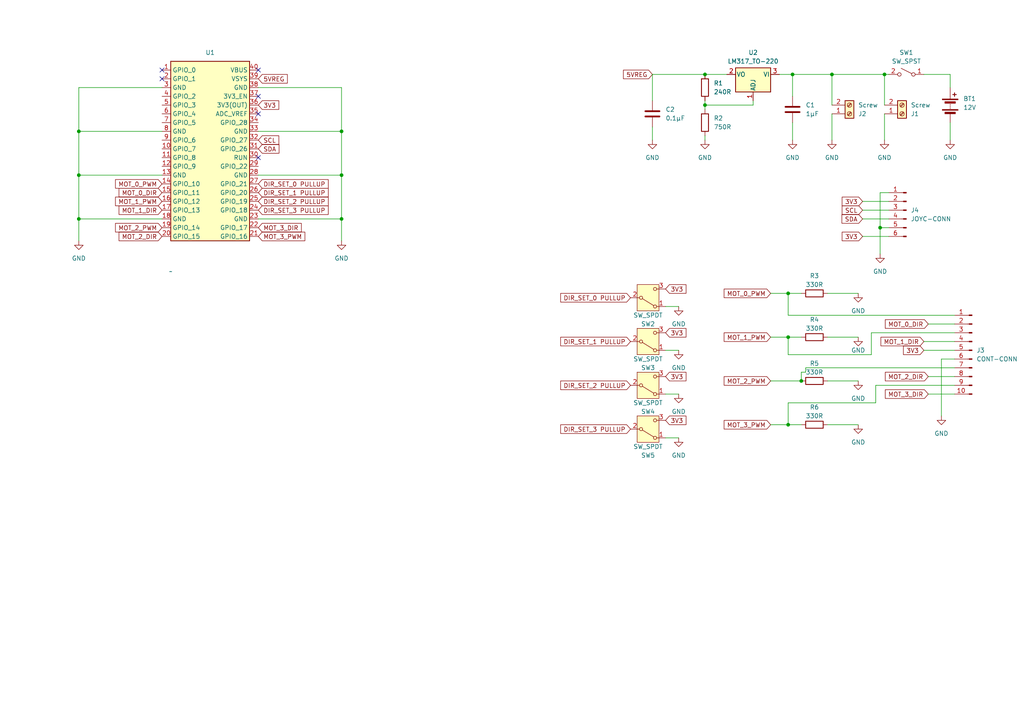
<source format=kicad_sch>
(kicad_sch (version 20230121) (generator eeschema)
  (paper "A4")
  (lib_symbols
    (symbol "Connector:Conn_01x06_Pin" (pin_names (offset 1.016) hide)
      (property "Reference" "J" (at 0 7.62 0))
      (property "Value" "Conn_01x06_Pin" (at 0 -10.16 0))
      (symbol "Conn_01x06_Pin_1_1"
        (polyline (pts (xy 1.27 -7.62) (xy 0.8636 -7.62)) (stroke (width 0.1524)))
        (polyline (pts (xy 1.27 -5.08) (xy 0.8636 -5.08)) (stroke (width 0.1524)))
        (polyline (pts (xy 1.27 -2.54) (xy 0.8636 -2.54)) (stroke (width 0.1524)))
        (polyline (pts (xy 1.27 0) (xy 0.8636 0)) (stroke (width 0.1524)))
        (polyline (pts (xy 1.27 2.54) (xy 0.8636 2.54)) (stroke (width 0.1524)))
        (polyline (pts (xy 1.27 5.08) (xy 0.8636 5.08)) (stroke (width 0.1524)))
        (rectangle (start 0.8636 -7.493) (end 0 -7.747) (stroke (width 0.1524)) (fill (type outline)))
        (rectangle (start 0.8636 -4.953) (end 0 -5.207) (stroke (width 0.1524)) (fill (type outline)))
        (rectangle (start 0.8636 -2.413) (end 0 -2.667) (stroke (width 0.1524)) (fill (type outline)))
        (rectangle (start 0.8636 0.127) (end 0 -0.127) (stroke (width 0.1524)) (fill (type outline)))
        (rectangle (start 0.8636 2.667) (end 0 2.413) (stroke (width 0.1524)) (fill (type outline)))
        (rectangle (start 0.8636 5.207) (end 0 4.953) (stroke (width 0.1524)) (fill (type outline)))
        (pin passive line (at 5.08 5.08 180) (length 3.81) (name "Pin_1") (number "1"))
        (pin passive line (at 5.08 2.54 180) (length 3.81) (name "Pin_2") (number "2"))
        (pin passive line (at 5.08 0 180) (length 3.81) (name "Pin_3") (number "3"))
        (pin passive line (at 5.08 -2.54 180) (length 3.81) (name "Pin_4") (number "4"))
        (pin passive line (at 5.08 -5.08 180) (length 3.81) (name "Pin_5") (number "5"))
        (pin passive line (at 5.08 -7.62 180) (length 3.81) (name "Pin_6") (number "6"))
      )
    )
    (symbol "Connector:Conn_01x10_Pin" (pin_names (offset 1.016) hide)
      (property "Reference" "J" (at 0 12.7 0))
      (property "Value" "Conn_01x10_Pin" (at 0 -15.24 0))
      (symbol "Conn_01x10_Pin_1_1"
        (polyline (pts (xy 1.27 -12.7) (xy 0.8636 -12.7)) (stroke (width 0.1524)))
        (polyline (pts (xy 1.27 -10.16) (xy 0.8636 -10.16)) (stroke (width 0.1524)))
        (polyline (pts (xy 1.27 -7.62) (xy 0.8636 -7.62)) (stroke (width 0.1524)))
        (polyline (pts (xy 1.27 -5.08) (xy 0.8636 -5.08)) (stroke (width 0.1524)))
        (polyline (pts (xy 1.27 -2.54) (xy 0.8636 -2.54)) (stroke (width 0.1524)))
        (polyline (pts (xy 1.27 0) (xy 0.8636 0)) (stroke (width 0.1524)))
        (polyline (pts (xy 1.27 2.54) (xy 0.8636 2.54)) (stroke (width 0.1524)))
        (polyline (pts (xy 1.27 5.08) (xy 0.8636 5.08)) (stroke (width 0.1524)))
        (polyline (pts (xy 1.27 7.62) (xy 0.8636 7.62)) (stroke (width 0.1524)))
        (polyline (pts (xy 1.27 10.16) (xy 0.8636 10.16)) (stroke (width 0.1524)))
        (rectangle (start 0.8636 -12.573) (end 0 -12.827) (stroke (width 0.1524)) (fill (type outline)))
        (rectangle (start 0.8636 -10.033) (end 0 -10.287) (stroke (width 0.1524)) (fill (type outline)))
        (rectangle (start 0.8636 -7.493) (end 0 -7.747) (stroke (width 0.1524)) (fill (type outline)))
        (rectangle (start 0.8636 -4.953) (end 0 -5.207) (stroke (width 0.1524)) (fill (type outline)))
        (rectangle (start 0.8636 -2.413) (end 0 -2.667) (stroke (width 0.1524)) (fill (type outline)))
        (rectangle (start 0.8636 0.127) (end 0 -0.127) (stroke (width 0.1524)) (fill (type outline)))
        (rectangle (start 0.8636 2.667) (end 0 2.413) (stroke (width 0.1524)) (fill (type outline)))
        (rectangle (start 0.8636 5.207) (end 0 4.953) (stroke (width 0.1524)) (fill (type outline)))
        (rectangle (start 0.8636 7.747) (end 0 7.493) (stroke (width 0.1524)) (fill (type outline)))
        (rectangle (start 0.8636 10.287) (end 0 10.033) (stroke (width 0.1524)) (fill (type outline)))
        (pin passive line (at 5.08 10.16 180) (length 3.81) (name "Pin_1") (number "1"))
        (pin passive line (at 5.08 -12.7 180) (length 3.81) (name "Pin_10") (number "10"))
        (pin passive line (at 5.08 7.62 180) (length 3.81) (name "Pin_2") (number "2"))
        (pin passive line (at 5.08 5.08 180) (length 3.81) (name "Pin_3") (number "3"))
        (pin passive line (at 5.08 2.54 180) (length 3.81) (name "Pin_4") (number "4"))
        (pin passive line (at 5.08 0 180) (length 3.81) (name "Pin_5") (number "5"))
        (pin passive line (at 5.08 -2.54 180) (length 3.81) (name "Pin_6") (number "6"))
        (pin passive line (at 5.08 -5.08 180) (length 3.81) (name "Pin_7") (number "7"))
        (pin passive line (at 5.08 -7.62 180) (length 3.81) (name "Pin_8") (number "8"))
        (pin passive line (at 5.08 -10.16 180) (length 3.81) (name "Pin_9") (number "9"))
      )
    )
    (symbol "Connector:Screw_Terminal_01x02" (pin_names (offset 1.016) hide)
      (property "Reference" "J" (at 0 2.54 0))
      (property "Value" "Screw_Terminal_01x02" (at 0 -5.08 0))
      (symbol "Screw_Terminal_01x02_1_1"
        (rectangle (start -1.27 1.27) (end 1.27 -3.81) (stroke (width 0.254)) (fill (type background)))
        (circle (center 0 -2.54) (radius 0.635) (stroke (width 0.1524)))
        (polyline (pts (xy -0.5334 -2.2098) (xy 0.3302 -3.048)) (stroke (width 0.1524)))
        (polyline (pts (xy -0.5334 0.3302) (xy 0.3302 -0.508)) (stroke (width 0.1524)))
        (polyline (pts (xy -0.3556 -2.032) (xy 0.508 -2.8702)) (stroke (width 0.1524)))
        (polyline (pts (xy -0.3556 0.508) (xy 0.508 -0.3302)) (stroke (width 0.1524)))
        (circle (center 0 0) (radius 0.635) (stroke (width 0.1524)))
        (pin passive line (at -5.08 0 0) (length 3.81) (name "Pin_1") (number "1"))
        (pin passive line (at -5.08 -2.54 0) (length 3.81) (name "Pin_2") (number "2"))
      )
    )
    (symbol "Device:Battery" (pin_numbers hide) (pin_names (offset 0) hide)
      (property "Reference" "BT" (at 2.54 2.54 0))
      (property "Value" "Battery" (at 2.54 0 0))
      (symbol "Battery_0_1"
        (rectangle (start -2.286 -1.27) (end 2.286 -1.524) (fill (type outline)))
        (rectangle (start -2.286 1.778) (end 2.286 1.524) (fill (type outline)))
        (rectangle (start -1.524 -2.032) (end 1.524 -2.54) (fill (type outline)))
        (rectangle (start -1.524 1.016) (end 1.524 0.508) (fill (type outline)))
        (polyline (pts (xy 0 -1.016) (xy 0 -0.762)))
        (polyline (pts (xy 0 -0.508) (xy 0 -0.254)))
        (polyline (pts (xy 0 0) (xy 0 0.254)))
        (polyline (pts (xy 0 1.778) (xy 0 2.54)))
        (polyline (pts (xy 0.762 3.048) (xy 1.778 3.048)) (stroke (width 0.254)))
        (polyline (pts (xy 1.27 3.556) (xy 1.27 2.54)) (stroke (width 0.254)))
      )
      (symbol "Battery_1_1"
        (pin passive line (at 0 5.08 270) (length 2.54) (name "+") (number "1"))
        (pin passive line (at 0 -5.08 90) (length 2.54) (name "-") (number "2"))
      )
    )
    (symbol "Device:C" (pin_numbers hide) (pin_names (offset 0.254))
      (property "Reference" "C" (at 0.635 2.54 0))
      (property "Value" "C" (at 0.635 -2.54 0))
      (symbol "C_0_1"
        (polyline (pts (xy -2.032 -0.762) (xy 2.032 -0.762)) (stroke (width 0.508)))
        (polyline (pts (xy -2.032 0.762) (xy 2.032 0.762)) (stroke (width 0.508)))
      )
      (symbol "C_1_1"
        (pin passive line (at 0 3.81 270) (length 2.794) (name "~") (number "1"))
        (pin passive line (at 0 -3.81 90) (length 2.794) (name "~") (number "2"))
      )
    )
    (symbol "Device:R" (pin_numbers hide) (pin_names (offset 0))
      (property "Reference" "R" (at 2.032 0 90))
      (property "Value" "R" (at 0 0 90))
      (symbol "R_0_1"
        (rectangle (start -1.016 -2.54) (end 1.016 2.54) (stroke (width 0.254)))
      )
      (symbol "R_1_1"
        (pin passive line (at 0 3.81 270) (length 1.27) (name "~") (number "1"))
        (pin passive line (at 0 -3.81 90) (length 1.27) (name "~") (number "2"))
      )
    )
    (symbol "Regulator_Linear:LM317_TO-220" (pin_names (offset 0.254))
      (property "Reference" "U" (at -3.81 3.175 0))
      (property "Value" "LM317_TO-220" (at 0 3.175 0))
      (symbol "LM317_TO-220_0_1"
        (rectangle (start -5.08 1.905) (end 5.08 -5.08) (stroke (width 0.254)) (fill (type background)))
      )
      (symbol "LM317_TO-220_1_1"
        (pin input line (at 0 -7.62 90) (length 2.54) (name "ADJ") (number "1"))
        (pin power_out line (at 7.62 0 180) (length 2.54) (name "VO") (number "2"))
        (pin power_in line (at -7.62 0 0) (length 2.54) (name "VI") (number "3"))
      )
    )
    (symbol "Switch:SW_SPDT" (pin_names (offset 0) hide)
      (property "Reference" "SW" (at 0 5.08 0))
      (property "Value" "SW_SPDT" (at 0 -5.08 0))
      (symbol "SW_SPDT_0_1"
        (circle (center -2.032 0) (radius 0.4572))
        (polyline (pts (xy -1.651 0.254) (xy 1.651 2.286)))
        (circle (center 2.032 -2.54) (radius 0.4572))
        (circle (center 2.032 2.54) (radius 0.4572))
      )
      (symbol "SW_SPDT_1_1"
        (rectangle (start -3.175 3.81) (end 3.175 -3.81) (fill (type background)))
        (pin passive line (at 5.08 2.54 180) (length 2.54) (name "A") (number "1"))
        (pin passive line (at -5.08 0 0) (length 2.54) (name "B") (number "2"))
        (pin passive line (at 5.08 -2.54 180) (length 2.54) (name "C") (number "3"))
      )
    )
    (symbol "Switch:SW_SPST" (pin_names (offset 0) hide)
      (property "Reference" "SW" (at 0 3.175 0))
      (property "Value" "SW_SPST" (at 0 -2.54 0))
      (symbol "SW_SPST_0_0"
        (circle (center -2.032 0) (radius 0.508))
        (polyline (pts (xy -1.524 0.254) (xy 1.524 1.778)))
        (circle (center 2.032 0) (radius 0.508))
      )
      (symbol "SW_SPST_1_1"
        (pin passive line (at -5.08 0 0) (length 2.54) (name "A") (number "1"))
        (pin passive line (at 5.08 0 180) (length 2.54) (name "B") (number "2"))
      )
    )
    (symbol "URPEKARI:RPI PICO"
      (property "Reference" "U" (at -10.16 29.21 0))
      (symbol "RPI PICO_1_1"
        (rectangle (start -10.16 27.94) (end 12.7 -24.13) (stroke (width 0.254)) (fill (type background)))
        (pin bidirectional line (at -12.7 25.4 0) (length 2.54) (name "GPIO_0") (number "1"))
        (pin bidirectional line (at -12.7 2.54 0) (length 2.54) (name "GPIO_7") (number "10"))
        (pin bidirectional line (at -12.7 0 0) (length 2.54) (name "GPIO_8") (number "11"))
        (pin bidirectional line (at -12.7 -2.54 0) (length 2.54) (name "GPIO_9") (number "12"))
        (pin passive line (at -12.7 -5.08 0) (length 2.54) (name "GND") (number "13"))
        (pin bidirectional line (at -12.7 -7.62 0) (length 2.54) (name "GPIO_10") (number "14"))
        (pin bidirectional line (at -12.7 -10.16 0) (length 2.54) (name "GPIO_11") (number "15"))
        (pin bidirectional line (at -12.7 -12.7 0) (length 2.54) (name "GPIO_12") (number "16"))
        (pin bidirectional line (at -12.7 -15.24 0) (length 2.54) (name "GPIO_13") (number "17"))
        (pin passive line (at -12.7 -17.78 0) (length 2.54) (name "GND") (number "18"))
        (pin bidirectional line (at -12.7 -20.32 0) (length 2.54) (name "GPIO_14") (number "19"))
        (pin bidirectional line (at -12.7 22.86 0) (length 2.54) (name "GPIO_1") (number "2"))
        (pin bidirectional line (at -12.7 -22.86 0) (length 2.54) (name "GPIO_15") (number "20"))
        (pin bidirectional line (at 15.24 -22.86 180) (length 2.54) (name "GPIO_16") (number "21"))
        (pin bidirectional line (at 15.24 -20.32 180) (length 2.54) (name "GPIO_17") (number "22"))
        (pin passive line (at 15.24 -17.78 180) (length 2.54) (name "GND") (number "23"))
        (pin bidirectional line (at 15.24 -15.24 180) (length 2.54) (name "GPIO_18") (number "24"))
        (pin bidirectional line (at 15.24 -12.7 180) (length 2.54) (name "GPIO_19") (number "25"))
        (pin bidirectional line (at 15.24 -10.16 180) (length 2.54) (name "GPIO_20") (number "26"))
        (pin bidirectional line (at 15.24 -7.62 180) (length 2.54) (name "GPIO_21") (number "27"))
        (pin passive line (at 15.24 -5.08 180) (length 2.54) (name "GND") (number "28"))
        (pin bidirectional line (at 15.24 -2.54 180) (length 2.54) (name "GPIO_22") (number "29"))
        (pin passive line (at -12.7 20.32 0) (length 2.54) (name "GND") (number "3"))
        (pin input line (at 15.24 0 180) (length 2.54) (name "RUN") (number "30"))
        (pin bidirectional line (at 15.24 2.54 180) (length 2.54) (name "GPIO_26") (number "31"))
        (pin bidirectional line (at 15.24 5.08 180) (length 2.54) (name "GPIO_27") (number "32"))
        (pin passive line (at 15.24 7.62 180) (length 2.54) (name "GND") (number "33"))
        (pin bidirectional line (at 15.24 10.16 180) (length 2.54) (name "GPIO_28") (number "34"))
        (pin input line (at 15.24 12.7 180) (length 2.54) (name "ADC_VREF") (number "35"))
        (pin power_out line (at 15.24 15.24 180) (length 2.54) (name "3V3(OUT)") (number "36"))
        (pin input line (at 15.24 17.78 180) (length 2.54) (name "3V3_EN") (number "37"))
        (pin passive line (at 15.24 20.32 180) (length 2.54) (name "GND") (number "38"))
        (pin power_in line (at 15.24 22.86 180) (length 2.54) (name "VSYS") (number "39"))
        (pin bidirectional line (at -12.7 17.78 0) (length 2.54) (name "GPIO_2") (number "4"))
        (pin power_in line (at 15.24 25.4 180) (length 2.54) (name "VBUS") (number "40"))
        (pin bidirectional line (at -12.7 15.24 0) (length 2.54) (name "GPIO_3") (number "5"))
        (pin bidirectional line (at -12.7 12.7 0) (length 2.54) (name "GPIO_4") (number "6"))
        (pin bidirectional line (at -12.7 10.16 0) (length 2.54) (name "GPIO_5") (number "7"))
        (pin passive line (at -12.7 7.62 0) (length 2.54) (name "GND") (number "8"))
        (pin bidirectional line (at -12.7 5.08 0) (length 2.54) (name "GPIO_6") (number "9"))
      )
    )
    (symbol "power:GND" (power) (pin_names (offset 0))
      (property "Value" "GND" (at 0 -3.81 0))
      (symbol "GND_0_1"
        (polyline (pts (xy 0 0) (xy 0 -1.27) (xy 1.27 -1.27) (xy 0 -2.54) (xy -1.27 -1.27) (xy 0 -1.27)))
      )
      (symbol "GND_1_1"
        (pin power_in line (at 0 0 270) (length 0) hide (name "GND") (number "1"))
      )
    )
  )
  (junction (at 204.47 21.59))
  (junction (at 241.3 21.59))
  (junction (at 228.6 85.09))
  (junction (at 99.06 63.5))
  (junction (at 228.6 123.19))
  (junction (at 229.87 21.59))
  (junction (at 99.06 50.8))
  (junction (at 22.86 38.1))
  (junction (at 228.6 97.79))
  (junction (at 232.41 110.49))
  (junction (at 204.47 30.48))
  (junction (at 256.54 21.59))
  (junction (at 255.27 66.04))
  (junction (at 22.86 63.5))
  (junction (at 99.06 38.1))
  (junction (at 22.86 50.8))
  (no_connect (at 74.93 45.72))
  (no_connect (at 46.99 20.32))
  (no_connect (at 74.93 33.02))
  (no_connect (at 46.99 22.86))
  (no_connect (at 74.93 20.32))
  (no_connect (at 74.93 27.94))
  (wire (pts (xy 204.47 29.21) (xy 204.47 30.48)))
  (wire (pts (xy 267.97 99.06) (xy 276.86 99.06)))
  (wire (pts (xy 255.27 66.04) (xy 255.27 55.88)))
  (wire (pts (xy 254 111.76) (xy 276.86 111.76)))
  (wire (pts (xy 233.68 107.95) (xy 232.41 107.95)))
  (wire (pts (xy 248.92 110.49) (xy 240.03 110.49)))
  (wire (pts (xy 74.93 63.5) (xy 99.06 63.5)))
  (wire (pts (xy 248.92 85.09) (xy 240.03 85.09)))
  (wire (pts (xy 273.05 120.65) (xy 273.05 104.14)))
  (wire (pts (xy 74.93 25.4) (xy 99.06 25.4)))
  (wire (pts (xy 204.47 21.59) (xy 189.23 21.59)))
  (wire (pts (xy 228.6 97.79) (xy 228.6 102.87)))
  (wire (pts (xy 267.97 21.59) (xy 275.59 21.59)))
  (wire (pts (xy 204.47 21.59) (xy 210.82 21.59)))
  (wire (pts (xy 275.59 21.59) (xy 275.59 25.4)))
  (wire (pts (xy 22.86 50.8) (xy 46.99 50.8)))
  (wire (pts (xy 22.86 25.4) (xy 46.99 25.4)))
  (wire (pts (xy 269.24 93.98) (xy 276.86 93.98)))
  (wire (pts (xy 99.06 25.4) (xy 99.06 38.1)))
  (wire (pts (xy 228.6 116.84) (xy 254 116.84)))
  (wire (pts (xy 22.86 50.8) (xy 22.86 63.5)))
  (wire (pts (xy 189.23 36.83) (xy 189.23 40.64)))
  (wire (pts (xy 250.19 58.42) (xy 257.81 58.42)))
  (wire (pts (xy 275.59 40.64) (xy 275.59 35.56)))
  (wire (pts (xy 189.23 21.59) (xy 189.23 29.21)))
  (wire (pts (xy 196.85 127) (xy 193.04 127)))
  (wire (pts (xy 218.44 30.48) (xy 204.47 30.48)))
  (wire (pts (xy 228.6 123.19) (xy 228.6 116.84)))
  (wire (pts (xy 229.87 21.59) (xy 241.3 21.59)))
  (wire (pts (xy 22.86 25.4) (xy 22.86 38.1)))
  (wire (pts (xy 252.73 102.87) (xy 252.73 96.52)))
  (wire (pts (xy 228.6 123.19) (xy 232.41 123.19)))
  (wire (pts (xy 99.06 69.85) (xy 99.06 63.5)))
  (wire (pts (xy 204.47 40.64) (xy 204.47 39.37)))
  (wire (pts (xy 74.93 50.8) (xy 99.06 50.8)))
  (wire (pts (xy 229.87 35.56) (xy 229.87 40.64)))
  (wire (pts (xy 228.6 102.87) (xy 252.73 102.87)))
  (wire (pts (xy 196.85 101.6) (xy 193.04 101.6)))
  (wire (pts (xy 22.86 63.5) (xy 46.99 63.5)))
  (wire (pts (xy 267.97 101.6) (xy 276.86 101.6)))
  (wire (pts (xy 256.54 33.02) (xy 256.54 40.64)))
  (wire (pts (xy 250.19 60.96) (xy 257.81 60.96)))
  (wire (pts (xy 223.52 123.19) (xy 228.6 123.19)))
  (wire (pts (xy 256.54 21.59) (xy 257.81 21.59)))
  (wire (pts (xy 223.52 85.09) (xy 228.6 85.09)))
  (wire (pts (xy 228.6 91.44) (xy 276.86 91.44)))
  (wire (pts (xy 256.54 21.59) (xy 256.54 30.48)))
  (wire (pts (xy 250.19 63.5) (xy 257.81 63.5)))
  (wire (pts (xy 196.85 88.9) (xy 193.04 88.9)))
  (wire (pts (xy 226.06 21.59) (xy 229.87 21.59)))
  (wire (pts (xy 223.52 110.49) (xy 232.41 110.49)))
  (wire (pts (xy 233.68 107.95) (xy 233.68 106.68)))
  (wire (pts (xy 241.3 33.02) (xy 241.3 40.64)))
  (wire (pts (xy 252.73 96.52) (xy 276.86 96.52)))
  (wire (pts (xy 250.19 68.58) (xy 257.81 68.58)))
  (wire (pts (xy 248.92 97.79) (xy 240.03 97.79)))
  (wire (pts (xy 254 116.84) (xy 254 111.76)))
  (wire (pts (xy 248.92 123.19) (xy 240.03 123.19)))
  (wire (pts (xy 255.27 55.88) (xy 257.81 55.88)))
  (wire (pts (xy 228.6 85.09) (xy 232.41 85.09)))
  (wire (pts (xy 269.24 109.22) (xy 276.86 109.22)))
  (wire (pts (xy 228.6 97.79) (xy 232.41 97.79)))
  (wire (pts (xy 218.44 29.21) (xy 218.44 30.48)))
  (wire (pts (xy 233.68 106.68) (xy 276.86 106.68)))
  (wire (pts (xy 22.86 69.85) (xy 22.86 63.5)))
  (wire (pts (xy 99.06 38.1) (xy 99.06 50.8)))
  (wire (pts (xy 269.24 114.3) (xy 276.86 114.3)))
  (wire (pts (xy 74.93 38.1) (xy 99.06 38.1)))
  (wire (pts (xy 22.86 38.1) (xy 22.86 50.8)))
  (wire (pts (xy 273.05 104.14) (xy 276.86 104.14)))
  (wire (pts (xy 223.52 97.79) (xy 228.6 97.79)))
  (wire (pts (xy 228.6 85.09) (xy 228.6 91.44)))
  (wire (pts (xy 241.3 21.59) (xy 256.54 21.59)))
  (wire (pts (xy 196.85 114.3) (xy 193.04 114.3)))
  (wire (pts (xy 99.06 50.8) (xy 99.06 63.5)))
  (wire (pts (xy 204.47 30.48) (xy 204.47 31.75)))
  (wire (pts (xy 22.86 38.1) (xy 46.99 38.1)))
  (wire (pts (xy 257.81 66.04) (xy 255.27 66.04)))
  (wire (pts (xy 229.87 21.59) (xy 229.87 27.94)))
  (wire (pts (xy 241.3 21.59) (xy 241.3 30.48)))
  (wire (pts (xy 255.27 66.04) (xy 255.27 73.66)))
  (wire (pts (xy 232.41 107.95) (xy 232.41 110.49)))
  (global_label "DIR_SET_0 PULLUP" (shape input) (at 182.88 86.36 180) (property "Intersheetrefs" "${INTERSHEET_REFS}" (effects hide)))
  (global_label "3V3" (shape input) (at 250.19 58.42 180) (property "Intersheetrefs" "${INTERSHEET_REFS}" (effects hide)))
  (global_label "MOT_0_DIR" (shape input) (at 46.99 55.88 180) (property "Intersheetrefs" "${INTERSHEET_REFS}" (effects hide)))
  (global_label "3V3" (shape input) (at 74.93 30.48 0) (property "Intersheetrefs" "${INTERSHEET_REFS}" (effects hide)))
  (global_label "3V3" (shape input) (at 193.04 121.92 0) (property "Intersheetrefs" "${INTERSHEET_REFS}" (effects hide)))
  (global_label "MOT_0_PWM" (shape input) (at 223.52 85.09 180) (property "Intersheetrefs" "${INTERSHEET_REFS}" (effects hide)))
  (global_label "DIR_SET_1 PULLUP" (shape input) (at 74.93 55.88 0) (property "Intersheetrefs" "${INTERSHEET_REFS}" (effects hide)))
  (global_label "MOT_2_PWM" (shape input) (at 46.99 66.04 180) (property "Intersheetrefs" "${INTERSHEET_REFS}" (effects hide)))
  (global_label "MOT_2_DIR" (shape input) (at 269.24 109.22 180) (property "Intersheetrefs" "${INTERSHEET_REFS}" (effects hide)))
  (global_label "DIR_SET_3 PULLUP" (shape input) (at 182.88 124.46 180) (property "Intersheetrefs" "${INTERSHEET_REFS}" (effects hide)))
  (global_label "3V3" (shape input) (at 267.97 101.6 180) (property "Intersheetrefs" "${INTERSHEET_REFS}" (effects hide)))
  (global_label "3V3" (shape input) (at 250.19 68.58 180) (property "Intersheetrefs" "${INTERSHEET_REFS}" (effects hide)))
  (global_label "3V3" (shape input) (at 193.04 96.52 0) (property "Intersheetrefs" "${INTERSHEET_REFS}" (effects hide)))
  (global_label "SDA" (shape input) (at 74.93 43.18 0) (property "Intersheetrefs" "${INTERSHEET_REFS}" (effects hide)))
  (global_label "MOT_1_PWM" (shape input) (at 223.52 97.79 180) (property "Intersheetrefs" "${INTERSHEET_REFS}" (effects hide)))
  (global_label "MOT_1_DIR" (shape input) (at 267.97 99.06 180) (property "Intersheetrefs" "${INTERSHEET_REFS}" (effects hide)))
  (global_label "DIR_SET_1 PULLUP" (shape input) (at 182.88 99.06 180) (property "Intersheetrefs" "${INTERSHEET_REFS}" (effects hide)))
  (global_label "MOT_3_DIR" (shape input) (at 74.93 66.04 0) (property "Intersheetrefs" "${INTERSHEET_REFS}" (effects hide)))
  (global_label "DIR_SET_2 PULLUP" (shape input) (at 74.93 58.42 0) (property "Intersheetrefs" "${INTERSHEET_REFS}" (effects hide)))
  (global_label "MOT_2_PWM" (shape input) (at 223.52 110.49 180) (property "Intersheetrefs" "${INTERSHEET_REFS}" (effects hide)))
  (global_label "MOT_3_PWM" (shape input) (at 223.52 123.19 180) (property "Intersheetrefs" "${INTERSHEET_REFS}" (effects hide)))
  (global_label "MOT_1_PWM" (shape input) (at 46.99 58.42 180) (property "Intersheetrefs" "${INTERSHEET_REFS}" (effects hide)))
  (global_label "SCL" (shape input) (at 250.19 60.96 180) (property "Intersheetrefs" "${INTERSHEET_REFS}" (effects hide)))
  (global_label "3V3" (shape input) (at 193.04 83.82 0) (property "Intersheetrefs" "${INTERSHEET_REFS}" (effects hide)))
  (global_label "5VREG" (shape input) (at 74.93 22.86 0) (property "Intersheetrefs" "${INTERSHEET_REFS}" (effects hide)))
  (global_label "DIR_SET_0 PULLUP" (shape input) (at 74.93 53.34 0) (property "Intersheetrefs" "${INTERSHEET_REFS}" (effects hide)))
  (global_label "3V3" (shape input) (at 193.04 109.22 0) (property "Intersheetrefs" "${INTERSHEET_REFS}" (effects hide)))
  (global_label "DIR_SET_2 PULLUP" (shape input) (at 182.88 111.76 180) (property "Intersheetrefs" "${INTERSHEET_REFS}" (effects hide)))
  (global_label "MOT_3_DIR" (shape input) (at 269.24 114.3 180) (property "Intersheetrefs" "${INTERSHEET_REFS}" (effects hide)))
  (global_label "MOT_2_DIR" (shape input) (at 46.99 68.58 180) (property "Intersheetrefs" "${INTERSHEET_REFS}" (effects hide)))
  (global_label "MOT_0_PWM" (shape input) (at 46.99 53.34 180) (property "Intersheetrefs" "${INTERSHEET_REFS}" (effects hide)))
  (global_label "DIR_SET_3 PULLUP" (shape input) (at 74.93 60.96 0) (property "Intersheetrefs" "${INTERSHEET_REFS}" (effects hide)))
  (global_label "SCL" (shape input) (at 74.93 40.64 0) (property "Intersheetrefs" "${INTERSHEET_REFS}" (effects hide)))
  (global_label "MOT_0_DIR" (shape input) (at 269.24 93.98 180) (property "Intersheetrefs" "${INTERSHEET_REFS}" (effects hide)))
  (global_label "MOT_1_DIR" (shape input) (at 46.99 60.96 180) (property "Intersheetrefs" "${INTERSHEET_REFS}" (effects hide)))
  (global_label "SDA" (shape input) (at 250.19 63.5 180) (property "Intersheetrefs" "${INTERSHEET_REFS}" (effects hide)))
  (global_label "5VREG" (shape input) (at 189.23 21.59 180) (property "Intersheetrefs" "${INTERSHEET_REFS}" (effects hide)))
  (global_label "MOT_3_PWM" (shape input) (at 74.93 68.58 0) (property "Intersheetrefs" "${INTERSHEET_REFS}" (effects hide)))
  (symbol (lib_id "power:GND") (at 204.47 40.64 0) (unit 1)
    (property "Reference" "#PWR05" (effects hide))
    (property "Value" "GND" (at 204.47 45.72 0))
  )
  (symbol (lib_id "Connector:Screw_Terminal_01x02") (at 261.62 33.02 0) (mirror x) (unit 1)
    (property "Reference" "J1" (at 264.16 33.02 0) (effects (justify left)))
    (property "Value" "Screw" (at 264.16 30.48 0) (effects (justify left)))
    (property "Footprint" "TerminalBlock:TerminalBlock_bornier-2_P5.08mm" (effects hide))
  )
  (symbol (lib_id "power:GND") (at 196.85 88.9 0) (unit 1)
    (property "Reference" "#PWR014" (effects hide))
    (property "Value" "GND" (at 196.85 93.98 0))
  )
  (symbol (lib_id "power:GND") (at 248.92 97.79 0) (unit 1)
    (property "Reference" "#PWR010" (effects hide))
    (property "Value" "GND" (at 248.92 101.6 0))
  )
  (symbol (lib_id "Device:C") (at 229.87 31.75 0) (unit 1)
    (property "Reference" "C1" (at 233.68 30.48 0) (effects (justify left)))
    (property "Value" "1µF" (at 233.68 33.02 0) (effects (justify left)))
    (property "Footprint" "Capacitor_THT:C_Rect_L9.0mm_W3.2mm_P7.50mm_MKT" (effects hide))
  )
  (symbol (lib_id "Connector:Screw_Terminal_01x02") (at 246.38 33.02 0) (mirror x) (unit 1)
    (property "Reference" "J2" (at 248.92 33.02 0) (effects (justify left)))
    (property "Value" "Screw" (at 248.92 30.48 0) (effects (justify left)))
    (property "Footprint" "TerminalBlock:TerminalBlock_bornier-2_P5.08mm" (effects hide))
  )
  (symbol (lib_id "power:GND") (at 196.85 101.6 0) (unit 1)
    (property "Reference" "#PWR015" (effects hide))
    (property "Value" "GND" (at 196.85 106.68 0))
  )
  (symbol (lib_id "power:GND") (at 256.54 40.64 0) (unit 1)
    (property "Reference" "#PWR02" (effects hide))
    (property "Value" "GND" (at 256.54 45.72 0))
  )
  (symbol (lib_id "Switch:SW_SPDT") (at 187.96 86.36 0) (mirror x) (unit 1)
    (property "Reference" "SW2" (at 187.96 93.98 0))
    (property "Value" "SW_SPDT" (at 187.96 91.44 0))
    (property "Footprint" "Urpekari:SERVO" (effects hide))
  )
  (symbol (lib_id "Device:R") (at 236.22 123.19 90) (unit 1)
    (property "Reference" "R6" (at 236.22 118.11 90))
    (property "Value" "330R" (at 236.22 120.65 90))
    (property "Footprint" "Resistor_THT:R_Axial_DIN0207_L6.3mm_D2.5mm_P10.16mm_Horizontal" (effects hide))
  )
  (symbol (lib_id "Switch:SW_SPDT") (at 187.96 111.76 0) (mirror x) (unit 1)
    (property "Reference" "SW4" (at 187.96 119.38 0))
    (property "Value" "SW_SPDT" (at 187.96 116.84 0))
    (property "Footprint" "Urpekari:SERVO" (effects hide))
  )
  (symbol (lib_id "power:GND") (at 248.92 123.19 0) (unit 1)
    (property "Reference" "#PWR012" (effects hide))
    (property "Value" "GND" (at 248.92 128.27 0))
  )
  (symbol (lib_id "power:GND") (at 229.87 40.64 0) (unit 1)
    (property "Reference" "#PWR04" (effects hide))
    (property "Value" "GND" (at 229.87 45.72 0))
  )
  (symbol (lib_id "Device:R") (at 204.47 25.4 0) (unit 1)
    (property "Reference" "R1" (at 207.01 24.13 0) (effects (justify left)))
    (property "Value" "240R" (at 207.01 26.67 0) (effects (justify left)))
    (property "Footprint" "Resistor_THT:R_Axial_DIN0207_L6.3mm_D2.5mm_P10.16mm_Horizontal" (effects hide))
  )
  (symbol (lib_id "power:GND") (at 248.92 85.09 0) (unit 1)
    (property "Reference" "#PWR09" (effects hide))
    (property "Value" "GND" (at 248.92 90.17 0))
  )
  (symbol (lib_id "power:GND") (at 189.23 40.64 0) (unit 1)
    (property "Reference" "#PWR06" (effects hide))
    (property "Value" "GND" (at 189.23 45.72 0))
  )
  (symbol (lib_id "power:GND") (at 99.06 69.85 0) (unit 1)
    (property "Reference" "#PWR07" (effects hide))
    (property "Value" "GND" (at 99.06 74.93 0))
  )
  (symbol (lib_id "power:GND") (at 22.86 69.85 0) (unit 1)
    (property "Reference" "#PWR08" (effects hide))
    (property "Value" "GND" (at 22.86 74.93 0))
  )
  (symbol (lib_id "Device:Battery") (at 275.59 30.48 0) (unit 1)
    (property "Reference" "BT1" (at 279.4 28.6385 0) (effects (justify left)))
    (property "Value" "12V" (at 279.4 31.1785 0) (effects (justify left)))
    (property "Footprint" "Urpekari:BATTERY-CABLE" (effects hide))
  )
  (symbol (lib_id "power:GND") (at 248.92 110.49 0) (unit 1)
    (property "Reference" "#PWR011" (effects hide))
    (property "Value" "GND" (at 248.92 115.57 0))
  )
  (symbol (lib_id "Switch:SW_SPDT") (at 187.96 124.46 0) (mirror x) (unit 1)
    (property "Reference" "SW5" (at 187.96 132.08 0))
    (property "Value" "SW_SPDT" (at 187.96 129.54 0))
    (property "Footprint" "Urpekari:SERVO" (effects hide))
  )
  (symbol (lib_id "Device:R") (at 236.22 97.79 90) (unit 1)
    (property "Reference" "R4" (at 236.22 92.71 90))
    (property "Value" "330R" (at 236.22 95.25 90))
    (property "Footprint" "Resistor_THT:R_Axial_DIN0207_L6.3mm_D2.5mm_P10.16mm_Horizontal" (effects hide))
  )
  (symbol (lib_id "power:GND") (at 255.27 73.66 0) (unit 1)
    (property "Reference" "#PWR013" (effects hide))
    (property "Value" "GND" (at 255.27 78.74 0))
  )
  (symbol (lib_id "power:GND") (at 196.85 114.3 0) (unit 1)
    (property "Reference" "#PWR016" (effects hide))
    (property "Value" "GND" (at 196.85 119.38 0))
  )
  (symbol (lib_id "power:GND") (at 275.59 40.64 0) (unit 1)
    (property "Reference" "#PWR01" (effects hide))
    (property "Value" "GND" (at 275.59 45.72 0))
  )
  (symbol (lib_id "Connector:Conn_01x10_Pin") (at 281.94 101.6 0) (mirror y) (unit 1)
    (property "Reference" "J3" (at 283.21 101.6 0) (effects (justify right)))
    (property "Value" "CONT-CONN" (at 283.21 104.14 0) (effects (justify right)))
    (property "Footprint" "Urpekari:CONT-CONN" (effects hide))
  )
  (symbol (lib_id "Connector:Conn_01x06_Pin") (at 262.89 60.96 0) (mirror y) (unit 1)
    (property "Reference" "J4" (at 264.16 60.96 0) (effects (justify right)))
    (property "Value" "JOYC-CONN" (at 264.16 63.5 0) (effects (justify right)))
    (property "Footprint" "Urpekari:JOYC-CONN" (effects hide))
  )
  (symbol (lib_id "Device:R") (at 236.22 110.49 90) (unit 1)
    (property "Reference" "R5" (at 236.22 105.41 90))
    (property "Value" "330R" (at 236.22 107.95 90))
    (property "Footprint" "Resistor_THT:R_Axial_DIN0207_L6.3mm_D2.5mm_P10.16mm_Horizontal" (effects hide))
  )
  (symbol (lib_id "Switch:SW_SPST") (at 262.89 21.59 0) (mirror y) (unit 1)
    (property "Reference" "SW1" (at 262.89 15.24 0))
    (property "Value" "SW_SPST" (at 262.89 17.78 0))
    (property "Footprint" "Urpekari:POWER-CABLE" (effects hide))
  )
  (symbol (lib_id "power:GND") (at 273.05 120.65 0) (unit 1)
    (property "Reference" "#PWR018" (effects hide))
    (property "Value" "GND" (at 273.05 125.73 0))
  )
  (symbol (lib_id "power:GND") (at 196.85 127 0) (unit 1)
    (property "Reference" "#PWR017" (effects hide))
    (property "Value" "GND" (at 196.85 132.08 0))
  )
  (symbol (lib_id "Device:R") (at 236.22 85.09 90) (unit 1)
    (property "Reference" "R3" (at 236.22 80.01 90))
    (property "Value" "330R" (at 236.22 82.55 90))
    (property "Footprint" "Resistor_THT:R_Axial_DIN0207_L6.3mm_D2.5mm_P10.16mm_Horizontal" (effects hide))
  )
  (symbol (lib_id "URPEKARI:RPI PICO") (at 59.69 45.72 0) (unit 1)
    (property "Reference" "U1" (at 60.96 15.24 0))
    (property "Value" "~" (at 49.53 78.74 0))
    (property "Footprint" "Urpekari:RPI-PICO" (effects hide))
  )
  (symbol (lib_id "Regulator_Linear:LM317_TO-220") (at 218.44 21.59 0) (mirror y) (unit 1)
    (property "Reference" "U2" (at 218.44 15.24 0))
    (property "Value" "LM317_TO-220" (at 218.44 17.78 0))
    (property "Footprint" "Package_TO_SOT_THT:TO-220-3_Vertical" (effects hide))
    (property "Datasheet" "http://www.ti.com/lit/ds/symlink/lm317.pdf" (effects hide))
  )
  (symbol (lib_id "power:GND") (at 241.3 40.64 0) (unit 1)
    (property "Reference" "#PWR03" (effects hide))
    (property "Value" "GND" (at 241.3 45.72 0))
  )
  (symbol (lib_id "Device:C") (at 189.23 33.02 0) (unit 1)
    (property "Reference" "C2" (at 193.04 31.75 0) (effects (justify left)))
    (property "Value" "0.1µF" (at 193.04 34.29 0) (effects (justify left)))
    (property "Footprint" "Capacitor_THT:C_Rect_L4.0mm_W2.5mm_P2.50mm" (effects hide))
  )
  (symbol (lib_id "Switch:SW_SPDT") (at 187.96 99.06 0) (mirror x) (unit 1)
    (property "Reference" "SW3" (at 187.96 106.68 0))
    (property "Value" "SW_SPDT" (at 187.96 104.14 0))
    (property "Footprint" "Urpekari:SERVO" (effects hide))
  )
  (symbol (lib_id "Device:R") (at 204.47 35.56 0) (unit 1)
    (property "Reference" "R2" (at 207.01 34.29 0) (effects (justify left)))
    (property "Value" "750R" (at 207.01 36.83 0) (effects (justify left)))
    (property "Footprint" "Resistor_THT:R_Axial_DIN0207_L6.3mm_D2.5mm_P10.16mm_Horizontal" (effects hide))
  )
)
</source>
